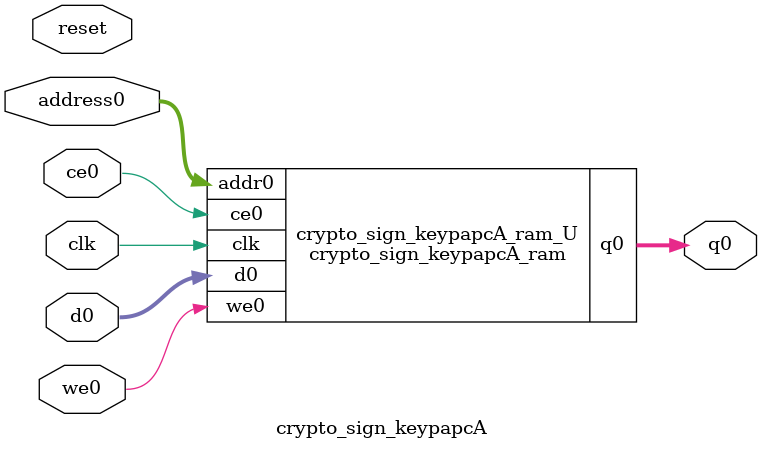
<source format=v>
`timescale 1 ns / 1 ps
module crypto_sign_keypapcA_ram (addr0, ce0, d0, we0, q0,  clk);

parameter DWIDTH = 8;
parameter AWIDTH = 5;
parameter MEM_SIZE = 32;

input[AWIDTH-1:0] addr0;
input ce0;
input[DWIDTH-1:0] d0;
input we0;
output reg[DWIDTH-1:0] q0;
input clk;

(* ram_style = "distributed" *)reg [DWIDTH-1:0] ram[0:MEM_SIZE-1];




always @(posedge clk)  
begin 
    if (ce0) begin
        if (we0) 
            ram[addr0] <= d0; 
        q0 <= ram[addr0];
    end
end


endmodule

`timescale 1 ns / 1 ps
module crypto_sign_keypapcA(
    reset,
    clk,
    address0,
    ce0,
    we0,
    d0,
    q0);

parameter DataWidth = 32'd8;
parameter AddressRange = 32'd32;
parameter AddressWidth = 32'd5;
input reset;
input clk;
input[AddressWidth - 1:0] address0;
input ce0;
input we0;
input[DataWidth - 1:0] d0;
output[DataWidth - 1:0] q0;



crypto_sign_keypapcA_ram crypto_sign_keypapcA_ram_U(
    .clk( clk ),
    .addr0( address0 ),
    .ce0( ce0 ),
    .we0( we0 ),
    .d0( d0 ),
    .q0( q0 ));

endmodule


</source>
